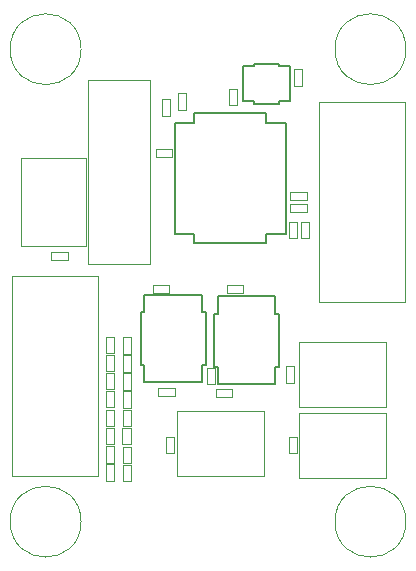
<source format=gbr>
%TF.GenerationSoftware,KiCad,Pcbnew,8.0.7*%
%TF.CreationDate,2025-01-10T16:13:59+05:30*%
%TF.ProjectId,STHDAQ_B0_COPY,53544844-4151-45f4-9230-5f434f50592e,rev?*%
%TF.SameCoordinates,Original*%
%TF.FileFunction,Other,User*%
%FSLAX46Y46*%
G04 Gerber Fmt 4.6, Leading zero omitted, Abs format (unit mm)*
G04 Created by KiCad (PCBNEW 8.0.7) date 2025-01-10 16:13:59*
%MOMM*%
%LPD*%
G01*
G04 APERTURE LIST*
%ADD10C,0.050000*%
%ADD11C,0.152400*%
G04 APERTURE END LIST*
D10*
%TO.C,C13*%
X203973200Y-73531998D02*
X205373200Y-73531998D01*
X203973200Y-74231998D02*
X203973200Y-73531998D01*
X205373200Y-73531998D02*
X205373200Y-74231998D01*
X205373200Y-74231998D02*
X203973200Y-74231998D01*
%TO.C,C9*%
X194468000Y-64197000D02*
X195168000Y-64197000D01*
X194468000Y-65597000D02*
X194468000Y-64197000D01*
X195168000Y-64197000D02*
X195168000Y-65597000D01*
X195168000Y-65597000D02*
X194468000Y-65597000D01*
%TO.C,C20*%
X189769000Y-86356000D02*
X190469000Y-86356000D01*
X189769000Y-87756000D02*
X189769000Y-86356000D01*
X190469000Y-86356000D02*
X190469000Y-87756000D01*
X190469000Y-87756000D02*
X189769000Y-87756000D01*
%TO.C,C6*%
X192594000Y-68865000D02*
X193994000Y-68865000D01*
X192594000Y-69565000D02*
X192594000Y-68865000D01*
X193994000Y-68865000D02*
X193994000Y-69565000D01*
X193994000Y-69565000D02*
X192594000Y-69565000D01*
D11*
%TO.C,U4*%
X197523100Y-82842100D02*
X197841000Y-82842100D01*
X197523100Y-87337900D02*
X197523100Y-82842100D01*
X197841000Y-81387201D02*
X197841000Y-82842100D01*
X197841000Y-81387201D02*
X202717000Y-81387201D01*
X197841000Y-87337900D02*
X197523100Y-87337900D01*
X197841000Y-88792799D02*
X197841000Y-87337900D01*
X202717000Y-81387201D02*
X202717000Y-82842100D01*
X202717000Y-82842100D02*
X203034900Y-82842100D01*
X202717000Y-88792799D02*
X197841000Y-88792799D01*
X202717000Y-88792799D02*
X202717000Y-87337900D01*
X203034900Y-82842100D02*
X203034900Y-87337900D01*
X203034900Y-87337900D02*
X202717000Y-87337900D01*
D10*
%TO.C,C3*%
X198599000Y-80422000D02*
X199999000Y-80422000D01*
X198599000Y-81122000D02*
X198599000Y-80422000D01*
X199999000Y-80422000D02*
X199999000Y-81122000D01*
X199999000Y-81122000D02*
X198599000Y-81122000D01*
%TO.C,R2*%
X193452000Y-93280000D02*
X194152000Y-93280000D01*
X193452000Y-94680000D02*
X193452000Y-93280000D01*
X194152000Y-93280000D02*
X194152000Y-94680000D01*
X194152000Y-94680000D02*
X193452000Y-94680000D01*
%TO.C,R11*%
X203866000Y-93280000D02*
X204566000Y-93280000D01*
X203866000Y-94680000D02*
X203866000Y-93280000D01*
X204566000Y-93280000D02*
X204566000Y-94680000D01*
X204566000Y-94680000D02*
X203866000Y-94680000D01*
%TO.C,J2*%
X213705457Y-81886000D02*
X213705457Y-64926000D01*
X213705457Y-64926000D02*
X206405457Y-64926000D01*
X206405457Y-81886000D02*
X213705457Y-81886000D01*
X206405457Y-64926000D02*
X206405457Y-81886000D01*
%TO.C,H3*%
X213761000Y-60457000D02*
G75*
G02*
X207761000Y-60457000I-3000000J0D01*
G01*
X207761000Y-60457000D02*
G75*
G02*
X213761000Y-60457000I3000000J0D01*
G01*
%TO.C,C12*%
X203973200Y-72515998D02*
X205373200Y-72515998D01*
X203973200Y-73215998D02*
X203973200Y-72515998D01*
X205373200Y-72515998D02*
X205373200Y-73215998D01*
X205373200Y-73215998D02*
X203973200Y-73215998D01*
%TO.C,U5*%
X194374419Y-91103000D02*
X201774419Y-91103000D01*
X194374419Y-96603000D02*
X194374419Y-91103000D01*
X194374419Y-96603000D02*
X201774419Y-96603000D01*
X201774419Y-96603000D02*
X201774419Y-91103000D01*
%TO.C,U7*%
X204707000Y-85261000D02*
X212107000Y-85261000D01*
X204707000Y-90761000D02*
X204707000Y-85261000D01*
X204707000Y-90761000D02*
X212107000Y-90761000D01*
X212107000Y-90761000D02*
X212107000Y-85261000D01*
%TO.C,C11*%
X203866000Y-75058000D02*
X204566000Y-75058000D01*
X203866000Y-76458000D02*
X203866000Y-75058000D01*
X204566000Y-75058000D02*
X204566000Y-76458000D01*
X204566000Y-76458000D02*
X203866000Y-76458000D01*
%TO.C,R8*%
X188372000Y-87856000D02*
X189072000Y-87856000D01*
X188372000Y-89256000D02*
X188372000Y-87856000D01*
X189072000Y-87856000D02*
X189072000Y-89256000D01*
X189072000Y-89256000D02*
X188372000Y-89256000D01*
%TO.C,C4*%
X196881000Y-87438000D02*
X197581000Y-87438000D01*
X196881000Y-88838000D02*
X196881000Y-87438000D01*
X197581000Y-87438000D02*
X197581000Y-88838000D01*
X197581000Y-88838000D02*
X196881000Y-88838000D01*
%TO.C,R6*%
X188372000Y-90965000D02*
X189072000Y-90965000D01*
X188372000Y-92365000D02*
X188372000Y-90965000D01*
X189072000Y-90965000D02*
X189072000Y-92365000D01*
X189072000Y-92365000D02*
X188372000Y-92365000D01*
%TO.C,C19*%
X189769000Y-87880000D02*
X190469000Y-87880000D01*
X189769000Y-89280000D02*
X189769000Y-87880000D01*
X190469000Y-87880000D02*
X190469000Y-89280000D01*
X190469000Y-89280000D02*
X189769000Y-89280000D01*
%TO.C,H4*%
X186261000Y-100457000D02*
G75*
G02*
X180261000Y-100457000I-3000000J0D01*
G01*
X180261000Y-100457000D02*
G75*
G02*
X186261000Y-100457000I3000000J0D01*
G01*
%TO.C,R3*%
X188372000Y-95603000D02*
X189072000Y-95603000D01*
X188372000Y-97003000D02*
X188372000Y-95603000D01*
X189072000Y-95603000D02*
X189072000Y-97003000D01*
X189072000Y-97003000D02*
X188372000Y-97003000D01*
%TO.C,C21*%
X189769000Y-84832000D02*
X190469000Y-84832000D01*
X189769000Y-86232000D02*
X189769000Y-84832000D01*
X190469000Y-84832000D02*
X190469000Y-86232000D01*
X190469000Y-86232000D02*
X189769000Y-86232000D01*
%TO.C,C1*%
X198786000Y-63816000D02*
X199486000Y-63816000D01*
X198786000Y-65216000D02*
X198786000Y-63816000D01*
X199486000Y-63816000D02*
X199486000Y-65216000D01*
X199486000Y-65216000D02*
X198786000Y-65216000D01*
%TO.C,Y1*%
X186884000Y-63066000D02*
X186884000Y-78666000D01*
X186884000Y-78666000D02*
X192084000Y-78666000D01*
X192084000Y-63066000D02*
X186884000Y-63066000D01*
X192084000Y-78666000D02*
X192084000Y-63066000D01*
%TO.C,C14*%
X189769000Y-95627000D02*
X190469000Y-95627000D01*
X189769000Y-97027000D02*
X189769000Y-95627000D01*
X190469000Y-95627000D02*
X190469000Y-97027000D01*
X190469000Y-97027000D02*
X189769000Y-97027000D01*
%TO.C,U6*%
X204707000Y-91230000D02*
X212107000Y-91230000D01*
X204707000Y-96730000D02*
X204707000Y-91230000D01*
X204707000Y-96730000D02*
X212107000Y-96730000D01*
X212107000Y-96730000D02*
X212107000Y-91230000D01*
%TO.C,H1*%
X213761000Y-100457000D02*
G75*
G02*
X207761000Y-100457000I-3000000J0D01*
G01*
X207761000Y-100457000D02*
G75*
G02*
X213761000Y-100457000I3000000J0D01*
G01*
%TO.C,C10*%
X204882000Y-75058000D02*
X205582000Y-75058000D01*
X204882000Y-76458000D02*
X204882000Y-75058000D01*
X205582000Y-75058000D02*
X205582000Y-76458000D01*
X205582000Y-76458000D02*
X204882000Y-76458000D01*
%TO.C,H2*%
X186261000Y-60457000D02*
G75*
G02*
X180261000Y-60457000I-3000000J0D01*
G01*
X180261000Y-60457000D02*
G75*
G02*
X186261000Y-60457000I3000000J0D01*
G01*
%TO.C,R1*%
X197674000Y-89185000D02*
X199074000Y-89185000D01*
X197674000Y-89885000D02*
X197674000Y-89185000D01*
X199074000Y-89185000D02*
X199074000Y-89885000D01*
X199074000Y-89885000D02*
X197674000Y-89885000D01*
%TO.C,J1*%
X180373000Y-79658000D02*
X180373000Y-96618000D01*
X180373000Y-96618000D02*
X187673000Y-96618000D01*
X187673000Y-79658000D02*
X180373000Y-79658000D01*
X187673000Y-96618000D02*
X187673000Y-79658000D01*
%TO.C,R7*%
X188372000Y-89376000D02*
X189072000Y-89376000D01*
X188372000Y-90776000D02*
X188372000Y-89376000D01*
X189072000Y-89376000D02*
X189072000Y-90776000D01*
X189072000Y-90776000D02*
X188372000Y-90776000D01*
%TO.C,R4*%
X188372000Y-94079000D02*
X189072000Y-94079000D01*
X188372000Y-95479000D02*
X188372000Y-94079000D01*
X189072000Y-94079000D02*
X189072000Y-95479000D01*
X189072000Y-95479000D02*
X188372000Y-95479000D01*
%TO.C,C2*%
X204247000Y-62165000D02*
X204947000Y-62165000D01*
X204247000Y-63565000D02*
X204247000Y-62165000D01*
X204947000Y-62165000D02*
X204947000Y-63565000D01*
X204947000Y-63565000D02*
X204247000Y-63565000D01*
%TO.C,R10*%
X188376000Y-84808000D02*
X189076000Y-84808000D01*
X188376000Y-86208000D02*
X188376000Y-84808000D01*
X189076000Y-84808000D02*
X189076000Y-86208000D01*
X189076000Y-86208000D02*
X188376000Y-86208000D01*
%TO.C,C18*%
X189769000Y-89404000D02*
X190469000Y-89404000D01*
X189769000Y-90804000D02*
X189769000Y-89404000D01*
X190469000Y-89404000D02*
X190469000Y-90804000D01*
X190469000Y-90804000D02*
X189769000Y-90804000D01*
%TO.C,R9*%
X188371000Y-86319000D02*
X189071000Y-86319000D01*
X188371000Y-87719000D02*
X188371000Y-86319000D01*
X189071000Y-86319000D02*
X189071000Y-87719000D01*
X189071000Y-87719000D02*
X188371000Y-87719000D01*
%TO.C,R5*%
X188372000Y-92485000D02*
X189072000Y-92485000D01*
X188372000Y-93885000D02*
X188372000Y-92485000D01*
X189072000Y-92485000D02*
X189072000Y-93885000D01*
X189072000Y-93885000D02*
X188372000Y-93885000D01*
%TO.C,R13*%
X183725000Y-78328000D02*
X183725000Y-77628000D01*
X185125000Y-78328000D02*
X183725000Y-78328000D01*
X183725000Y-77628000D02*
X185125000Y-77628000D01*
X185125000Y-77628000D02*
X185125000Y-78328000D01*
%TO.C,C5*%
X192340000Y-80422000D02*
X193740000Y-80422000D01*
X192340000Y-81122000D02*
X192340000Y-80422000D01*
X193740000Y-80422000D02*
X193740000Y-81122000D01*
X193740000Y-81122000D02*
X192340000Y-81122000D01*
%TO.C,C17*%
X189769000Y-90989000D02*
X190469000Y-90989000D01*
X189769000Y-92389000D02*
X189769000Y-90989000D01*
X190469000Y-90989000D02*
X190469000Y-92389000D01*
X190469000Y-92389000D02*
X189769000Y-92389000D01*
%TO.C,C16*%
X189766000Y-92513000D02*
X190466000Y-92513000D01*
X189766000Y-93913000D02*
X189766000Y-92513000D01*
X190466000Y-92513000D02*
X190466000Y-93913000D01*
X190466000Y-93913000D02*
X189766000Y-93913000D01*
%TO.C,C15*%
X189769000Y-94103000D02*
X190469000Y-94103000D01*
X189769000Y-95503000D02*
X189769000Y-94103000D01*
X190469000Y-94103000D02*
X190469000Y-95503000D01*
X190469000Y-95503000D02*
X189769000Y-95503000D01*
%TO.C,C7*%
X192800000Y-89150000D02*
X194200000Y-89150000D01*
X192800000Y-89850000D02*
X192800000Y-89150000D01*
X194200000Y-89150000D02*
X194200000Y-89850000D01*
X194200000Y-89850000D02*
X192800000Y-89850000D01*
D11*
%TO.C,U2*%
X199929001Y-61915000D02*
X200875900Y-61915000D01*
X199929001Y-64831000D02*
X199929001Y-61915000D01*
X200875900Y-61671200D02*
X202984100Y-61671200D01*
X200875900Y-61915000D02*
X200875900Y-61671200D01*
X200875900Y-64831000D02*
X199929001Y-64831000D01*
X200875900Y-65074800D02*
X200875900Y-64831000D01*
X202984100Y-61671200D02*
X202984100Y-61915000D01*
X202984100Y-61915000D02*
X203930999Y-61915000D01*
X202984100Y-64831000D02*
X202984100Y-65074800D01*
X202984100Y-65074800D02*
X200875900Y-65074800D01*
X203930999Y-61915000D02*
X203930999Y-64831000D01*
X203930999Y-64831000D02*
X202984100Y-64831000D01*
D10*
%TO.C,R12*%
X203612000Y-87311000D02*
X204312000Y-87311000D01*
X203612000Y-88711000D02*
X203612000Y-87311000D01*
X204312000Y-87311000D02*
X204312000Y-88711000D01*
X204312000Y-88711000D02*
X203612000Y-88711000D01*
%TO.C,C8*%
X193071000Y-64705000D02*
X193771000Y-64705000D01*
X193071000Y-66105000D02*
X193071000Y-64705000D01*
X193771000Y-64705000D02*
X193771000Y-66105000D01*
X193771000Y-66105000D02*
X193071000Y-66105000D01*
%TO.C,U8*%
X181146000Y-77106000D02*
X181146000Y-69706000D01*
X186646000Y-77106000D02*
X181146000Y-77106000D01*
X186646000Y-77106000D02*
X186646000Y-69706000D01*
X186646000Y-69706000D02*
X181146000Y-69706000D01*
D11*
%TO.C,U3*%
X191300100Y-82715100D02*
X191618000Y-82715100D01*
X191300100Y-87210900D02*
X191300100Y-82715100D01*
X191618000Y-81260201D02*
X191618000Y-82715100D01*
X191618000Y-81260201D02*
X196494000Y-81260201D01*
X191618000Y-87210900D02*
X191300100Y-87210900D01*
X191618000Y-88665799D02*
X191618000Y-87210900D01*
X196494000Y-81260201D02*
X196494000Y-82715100D01*
X196494000Y-82715100D02*
X196811900Y-82715100D01*
X196494000Y-88665799D02*
X191618000Y-88665799D01*
X196494000Y-88665799D02*
X196494000Y-87210900D01*
X196811900Y-82715100D02*
X196811900Y-87210900D01*
X196811900Y-87210900D02*
X196494000Y-87210900D01*
%TO.C,U1*%
X194175901Y-66679500D02*
X195834000Y-66679500D01*
X194175901Y-76068500D02*
X194175901Y-66679500D01*
X194175901Y-76068500D02*
X195834000Y-76068500D01*
X195834000Y-65874900D02*
X201930000Y-65874900D01*
X195834000Y-66679500D02*
X195834000Y-65874900D01*
X195834000Y-76873100D02*
X195834000Y-76068500D01*
X201930000Y-65874900D02*
X201930000Y-66679500D01*
X201930000Y-76068500D02*
X201930000Y-76873100D01*
X201930000Y-76873100D02*
X195834000Y-76873100D01*
X203588099Y-66679500D02*
X201930000Y-66679500D01*
X203588099Y-66679500D02*
X203588099Y-76068500D01*
X203588099Y-76068500D02*
X201930000Y-76068500D01*
%TD*%
M02*

</source>
